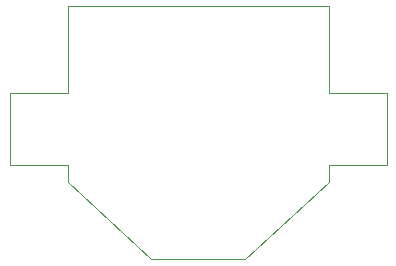
<source format=gbr>
%TF.GenerationSoftware,KiCad,Pcbnew,8.99.0-unknown-ce20689caf~181~ubuntu24.04.1*%
%TF.CreationDate,2024-12-06T11:41:52-05:00*%
%TF.ProjectId,nRF54L15_nPM2100_CR2032,6e524635-344c-4313-955f-6e504d323130,rev?*%
%TF.SameCoordinates,Original*%
%TF.FileFunction,Other,User*%
%FSLAX46Y46*%
G04 Gerber Fmt 4.6, Leading zero omitted, Abs format (unit mm)*
G04 Created by KiCad (PCBNEW 8.99.0-unknown-ce20689caf~181~ubuntu24.04.1) date 2024-12-06 11:41:52*
%MOMM*%
%LPD*%
G01*
G04 APERTURE LIST*
%ADD10C,0.050000*%
G04 APERTURE END LIST*
D10*
%TO.C,BT1*%
X174050000Y-51950000D02*
X174050000Y-58050000D01*
X174050000Y-51950000D02*
X178950000Y-51950000D01*
X174050000Y-58050000D02*
X178950000Y-58050000D01*
X178950000Y-44550000D02*
X178950000Y-51950000D01*
X178950000Y-44550000D02*
X201050000Y-44550000D01*
X178950000Y-59450000D02*
X178950000Y-58050000D01*
X178950000Y-59450000D02*
X186000000Y-66000000D01*
X186000000Y-66000000D02*
X194000000Y-66000000D01*
X194000000Y-66000000D02*
X201050000Y-59450000D01*
X201050000Y-44550000D02*
X201050000Y-51950000D01*
X201050000Y-51950000D02*
X205950000Y-51950000D01*
X201050000Y-58050000D02*
X205950000Y-58050000D01*
X201050000Y-59450000D02*
X201050000Y-58050000D01*
X205950000Y-58050000D02*
X205950000Y-51950000D01*
%TD*%
M02*

</source>
